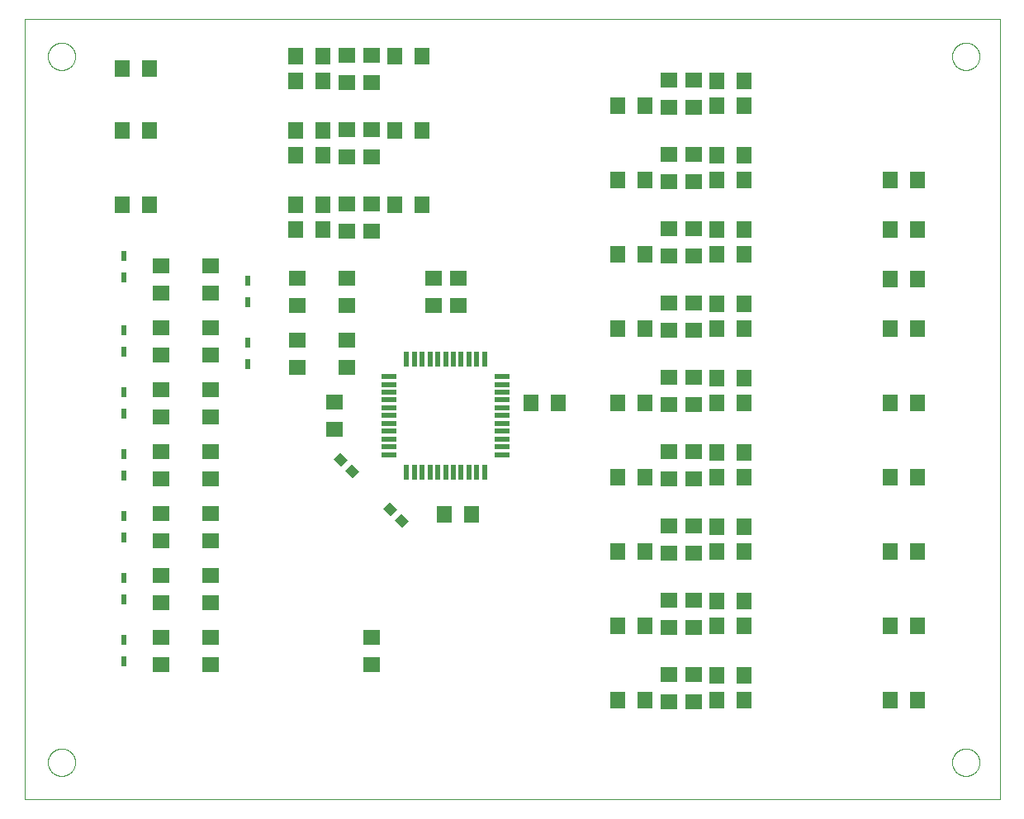
<source format=gtp>
G75*
%MOIN*%
%OFA0B0*%
%FSLAX25Y25*%
%IPPOS*%
%LPD*%
%AMOC8*
5,1,8,0,0,1.08239X$1,22.5*
%
%ADD10C,0.00000*%
%ADD11R,0.05906X0.01969*%
%ADD12R,0.01969X0.05906*%
%ADD13R,0.06299X0.07087*%
%ADD14R,0.07087X0.06299*%
%ADD15R,0.07098X0.06299*%
%ADD16R,0.06299X0.07098*%
%ADD17R,0.02362X0.03937*%
%ADD18R,0.04331X0.03937*%
D10*
X0008000Y0004500D02*
X0008000Y0319461D01*
X0401701Y0319461D01*
X0401701Y0004500D01*
X0008000Y0004500D01*
X0017488Y0019500D02*
X0017490Y0019648D01*
X0017496Y0019796D01*
X0017506Y0019944D01*
X0017520Y0020091D01*
X0017538Y0020238D01*
X0017559Y0020384D01*
X0017585Y0020530D01*
X0017615Y0020675D01*
X0017648Y0020819D01*
X0017686Y0020962D01*
X0017727Y0021104D01*
X0017772Y0021245D01*
X0017820Y0021385D01*
X0017873Y0021524D01*
X0017929Y0021661D01*
X0017989Y0021796D01*
X0018052Y0021930D01*
X0018119Y0022062D01*
X0018190Y0022192D01*
X0018264Y0022320D01*
X0018341Y0022446D01*
X0018422Y0022570D01*
X0018506Y0022692D01*
X0018593Y0022811D01*
X0018684Y0022928D01*
X0018778Y0023043D01*
X0018874Y0023155D01*
X0018974Y0023265D01*
X0019076Y0023371D01*
X0019182Y0023475D01*
X0019290Y0023576D01*
X0019401Y0023674D01*
X0019514Y0023770D01*
X0019630Y0023862D01*
X0019748Y0023951D01*
X0019869Y0024036D01*
X0019992Y0024119D01*
X0020117Y0024198D01*
X0020244Y0024274D01*
X0020373Y0024346D01*
X0020504Y0024415D01*
X0020637Y0024480D01*
X0020772Y0024541D01*
X0020908Y0024599D01*
X0021045Y0024654D01*
X0021184Y0024704D01*
X0021325Y0024751D01*
X0021466Y0024794D01*
X0021609Y0024834D01*
X0021753Y0024869D01*
X0021897Y0024901D01*
X0022043Y0024928D01*
X0022189Y0024952D01*
X0022336Y0024972D01*
X0022483Y0024988D01*
X0022630Y0025000D01*
X0022778Y0025008D01*
X0022926Y0025012D01*
X0023074Y0025012D01*
X0023222Y0025008D01*
X0023370Y0025000D01*
X0023517Y0024988D01*
X0023664Y0024972D01*
X0023811Y0024952D01*
X0023957Y0024928D01*
X0024103Y0024901D01*
X0024247Y0024869D01*
X0024391Y0024834D01*
X0024534Y0024794D01*
X0024675Y0024751D01*
X0024816Y0024704D01*
X0024955Y0024654D01*
X0025092Y0024599D01*
X0025228Y0024541D01*
X0025363Y0024480D01*
X0025496Y0024415D01*
X0025627Y0024346D01*
X0025756Y0024274D01*
X0025883Y0024198D01*
X0026008Y0024119D01*
X0026131Y0024036D01*
X0026252Y0023951D01*
X0026370Y0023862D01*
X0026486Y0023770D01*
X0026599Y0023674D01*
X0026710Y0023576D01*
X0026818Y0023475D01*
X0026924Y0023371D01*
X0027026Y0023265D01*
X0027126Y0023155D01*
X0027222Y0023043D01*
X0027316Y0022928D01*
X0027407Y0022811D01*
X0027494Y0022692D01*
X0027578Y0022570D01*
X0027659Y0022446D01*
X0027736Y0022320D01*
X0027810Y0022192D01*
X0027881Y0022062D01*
X0027948Y0021930D01*
X0028011Y0021796D01*
X0028071Y0021661D01*
X0028127Y0021524D01*
X0028180Y0021385D01*
X0028228Y0021245D01*
X0028273Y0021104D01*
X0028314Y0020962D01*
X0028352Y0020819D01*
X0028385Y0020675D01*
X0028415Y0020530D01*
X0028441Y0020384D01*
X0028462Y0020238D01*
X0028480Y0020091D01*
X0028494Y0019944D01*
X0028504Y0019796D01*
X0028510Y0019648D01*
X0028512Y0019500D01*
X0028510Y0019352D01*
X0028504Y0019204D01*
X0028494Y0019056D01*
X0028480Y0018909D01*
X0028462Y0018762D01*
X0028441Y0018616D01*
X0028415Y0018470D01*
X0028385Y0018325D01*
X0028352Y0018181D01*
X0028314Y0018038D01*
X0028273Y0017896D01*
X0028228Y0017755D01*
X0028180Y0017615D01*
X0028127Y0017476D01*
X0028071Y0017339D01*
X0028011Y0017204D01*
X0027948Y0017070D01*
X0027881Y0016938D01*
X0027810Y0016808D01*
X0027736Y0016680D01*
X0027659Y0016554D01*
X0027578Y0016430D01*
X0027494Y0016308D01*
X0027407Y0016189D01*
X0027316Y0016072D01*
X0027222Y0015957D01*
X0027126Y0015845D01*
X0027026Y0015735D01*
X0026924Y0015629D01*
X0026818Y0015525D01*
X0026710Y0015424D01*
X0026599Y0015326D01*
X0026486Y0015230D01*
X0026370Y0015138D01*
X0026252Y0015049D01*
X0026131Y0014964D01*
X0026008Y0014881D01*
X0025883Y0014802D01*
X0025756Y0014726D01*
X0025627Y0014654D01*
X0025496Y0014585D01*
X0025363Y0014520D01*
X0025228Y0014459D01*
X0025092Y0014401D01*
X0024955Y0014346D01*
X0024816Y0014296D01*
X0024675Y0014249D01*
X0024534Y0014206D01*
X0024391Y0014166D01*
X0024247Y0014131D01*
X0024103Y0014099D01*
X0023957Y0014072D01*
X0023811Y0014048D01*
X0023664Y0014028D01*
X0023517Y0014012D01*
X0023370Y0014000D01*
X0023222Y0013992D01*
X0023074Y0013988D01*
X0022926Y0013988D01*
X0022778Y0013992D01*
X0022630Y0014000D01*
X0022483Y0014012D01*
X0022336Y0014028D01*
X0022189Y0014048D01*
X0022043Y0014072D01*
X0021897Y0014099D01*
X0021753Y0014131D01*
X0021609Y0014166D01*
X0021466Y0014206D01*
X0021325Y0014249D01*
X0021184Y0014296D01*
X0021045Y0014346D01*
X0020908Y0014401D01*
X0020772Y0014459D01*
X0020637Y0014520D01*
X0020504Y0014585D01*
X0020373Y0014654D01*
X0020244Y0014726D01*
X0020117Y0014802D01*
X0019992Y0014881D01*
X0019869Y0014964D01*
X0019748Y0015049D01*
X0019630Y0015138D01*
X0019514Y0015230D01*
X0019401Y0015326D01*
X0019290Y0015424D01*
X0019182Y0015525D01*
X0019076Y0015629D01*
X0018974Y0015735D01*
X0018874Y0015845D01*
X0018778Y0015957D01*
X0018684Y0016072D01*
X0018593Y0016189D01*
X0018506Y0016308D01*
X0018422Y0016430D01*
X0018341Y0016554D01*
X0018264Y0016680D01*
X0018190Y0016808D01*
X0018119Y0016938D01*
X0018052Y0017070D01*
X0017989Y0017204D01*
X0017929Y0017339D01*
X0017873Y0017476D01*
X0017820Y0017615D01*
X0017772Y0017755D01*
X0017727Y0017896D01*
X0017686Y0018038D01*
X0017648Y0018181D01*
X0017615Y0018325D01*
X0017585Y0018470D01*
X0017559Y0018616D01*
X0017538Y0018762D01*
X0017520Y0018909D01*
X0017506Y0019056D01*
X0017496Y0019204D01*
X0017490Y0019352D01*
X0017488Y0019500D01*
X0017488Y0304500D02*
X0017490Y0304648D01*
X0017496Y0304796D01*
X0017506Y0304944D01*
X0017520Y0305091D01*
X0017538Y0305238D01*
X0017559Y0305384D01*
X0017585Y0305530D01*
X0017615Y0305675D01*
X0017648Y0305819D01*
X0017686Y0305962D01*
X0017727Y0306104D01*
X0017772Y0306245D01*
X0017820Y0306385D01*
X0017873Y0306524D01*
X0017929Y0306661D01*
X0017989Y0306796D01*
X0018052Y0306930D01*
X0018119Y0307062D01*
X0018190Y0307192D01*
X0018264Y0307320D01*
X0018341Y0307446D01*
X0018422Y0307570D01*
X0018506Y0307692D01*
X0018593Y0307811D01*
X0018684Y0307928D01*
X0018778Y0308043D01*
X0018874Y0308155D01*
X0018974Y0308265D01*
X0019076Y0308371D01*
X0019182Y0308475D01*
X0019290Y0308576D01*
X0019401Y0308674D01*
X0019514Y0308770D01*
X0019630Y0308862D01*
X0019748Y0308951D01*
X0019869Y0309036D01*
X0019992Y0309119D01*
X0020117Y0309198D01*
X0020244Y0309274D01*
X0020373Y0309346D01*
X0020504Y0309415D01*
X0020637Y0309480D01*
X0020772Y0309541D01*
X0020908Y0309599D01*
X0021045Y0309654D01*
X0021184Y0309704D01*
X0021325Y0309751D01*
X0021466Y0309794D01*
X0021609Y0309834D01*
X0021753Y0309869D01*
X0021897Y0309901D01*
X0022043Y0309928D01*
X0022189Y0309952D01*
X0022336Y0309972D01*
X0022483Y0309988D01*
X0022630Y0310000D01*
X0022778Y0310008D01*
X0022926Y0310012D01*
X0023074Y0310012D01*
X0023222Y0310008D01*
X0023370Y0310000D01*
X0023517Y0309988D01*
X0023664Y0309972D01*
X0023811Y0309952D01*
X0023957Y0309928D01*
X0024103Y0309901D01*
X0024247Y0309869D01*
X0024391Y0309834D01*
X0024534Y0309794D01*
X0024675Y0309751D01*
X0024816Y0309704D01*
X0024955Y0309654D01*
X0025092Y0309599D01*
X0025228Y0309541D01*
X0025363Y0309480D01*
X0025496Y0309415D01*
X0025627Y0309346D01*
X0025756Y0309274D01*
X0025883Y0309198D01*
X0026008Y0309119D01*
X0026131Y0309036D01*
X0026252Y0308951D01*
X0026370Y0308862D01*
X0026486Y0308770D01*
X0026599Y0308674D01*
X0026710Y0308576D01*
X0026818Y0308475D01*
X0026924Y0308371D01*
X0027026Y0308265D01*
X0027126Y0308155D01*
X0027222Y0308043D01*
X0027316Y0307928D01*
X0027407Y0307811D01*
X0027494Y0307692D01*
X0027578Y0307570D01*
X0027659Y0307446D01*
X0027736Y0307320D01*
X0027810Y0307192D01*
X0027881Y0307062D01*
X0027948Y0306930D01*
X0028011Y0306796D01*
X0028071Y0306661D01*
X0028127Y0306524D01*
X0028180Y0306385D01*
X0028228Y0306245D01*
X0028273Y0306104D01*
X0028314Y0305962D01*
X0028352Y0305819D01*
X0028385Y0305675D01*
X0028415Y0305530D01*
X0028441Y0305384D01*
X0028462Y0305238D01*
X0028480Y0305091D01*
X0028494Y0304944D01*
X0028504Y0304796D01*
X0028510Y0304648D01*
X0028512Y0304500D01*
X0028510Y0304352D01*
X0028504Y0304204D01*
X0028494Y0304056D01*
X0028480Y0303909D01*
X0028462Y0303762D01*
X0028441Y0303616D01*
X0028415Y0303470D01*
X0028385Y0303325D01*
X0028352Y0303181D01*
X0028314Y0303038D01*
X0028273Y0302896D01*
X0028228Y0302755D01*
X0028180Y0302615D01*
X0028127Y0302476D01*
X0028071Y0302339D01*
X0028011Y0302204D01*
X0027948Y0302070D01*
X0027881Y0301938D01*
X0027810Y0301808D01*
X0027736Y0301680D01*
X0027659Y0301554D01*
X0027578Y0301430D01*
X0027494Y0301308D01*
X0027407Y0301189D01*
X0027316Y0301072D01*
X0027222Y0300957D01*
X0027126Y0300845D01*
X0027026Y0300735D01*
X0026924Y0300629D01*
X0026818Y0300525D01*
X0026710Y0300424D01*
X0026599Y0300326D01*
X0026486Y0300230D01*
X0026370Y0300138D01*
X0026252Y0300049D01*
X0026131Y0299964D01*
X0026008Y0299881D01*
X0025883Y0299802D01*
X0025756Y0299726D01*
X0025627Y0299654D01*
X0025496Y0299585D01*
X0025363Y0299520D01*
X0025228Y0299459D01*
X0025092Y0299401D01*
X0024955Y0299346D01*
X0024816Y0299296D01*
X0024675Y0299249D01*
X0024534Y0299206D01*
X0024391Y0299166D01*
X0024247Y0299131D01*
X0024103Y0299099D01*
X0023957Y0299072D01*
X0023811Y0299048D01*
X0023664Y0299028D01*
X0023517Y0299012D01*
X0023370Y0299000D01*
X0023222Y0298992D01*
X0023074Y0298988D01*
X0022926Y0298988D01*
X0022778Y0298992D01*
X0022630Y0299000D01*
X0022483Y0299012D01*
X0022336Y0299028D01*
X0022189Y0299048D01*
X0022043Y0299072D01*
X0021897Y0299099D01*
X0021753Y0299131D01*
X0021609Y0299166D01*
X0021466Y0299206D01*
X0021325Y0299249D01*
X0021184Y0299296D01*
X0021045Y0299346D01*
X0020908Y0299401D01*
X0020772Y0299459D01*
X0020637Y0299520D01*
X0020504Y0299585D01*
X0020373Y0299654D01*
X0020244Y0299726D01*
X0020117Y0299802D01*
X0019992Y0299881D01*
X0019869Y0299964D01*
X0019748Y0300049D01*
X0019630Y0300138D01*
X0019514Y0300230D01*
X0019401Y0300326D01*
X0019290Y0300424D01*
X0019182Y0300525D01*
X0019076Y0300629D01*
X0018974Y0300735D01*
X0018874Y0300845D01*
X0018778Y0300957D01*
X0018684Y0301072D01*
X0018593Y0301189D01*
X0018506Y0301308D01*
X0018422Y0301430D01*
X0018341Y0301554D01*
X0018264Y0301680D01*
X0018190Y0301808D01*
X0018119Y0301938D01*
X0018052Y0302070D01*
X0017989Y0302204D01*
X0017929Y0302339D01*
X0017873Y0302476D01*
X0017820Y0302615D01*
X0017772Y0302755D01*
X0017727Y0302896D01*
X0017686Y0303038D01*
X0017648Y0303181D01*
X0017615Y0303325D01*
X0017585Y0303470D01*
X0017559Y0303616D01*
X0017538Y0303762D01*
X0017520Y0303909D01*
X0017506Y0304056D01*
X0017496Y0304204D01*
X0017490Y0304352D01*
X0017488Y0304500D01*
X0382488Y0304500D02*
X0382490Y0304648D01*
X0382496Y0304796D01*
X0382506Y0304944D01*
X0382520Y0305091D01*
X0382538Y0305238D01*
X0382559Y0305384D01*
X0382585Y0305530D01*
X0382615Y0305675D01*
X0382648Y0305819D01*
X0382686Y0305962D01*
X0382727Y0306104D01*
X0382772Y0306245D01*
X0382820Y0306385D01*
X0382873Y0306524D01*
X0382929Y0306661D01*
X0382989Y0306796D01*
X0383052Y0306930D01*
X0383119Y0307062D01*
X0383190Y0307192D01*
X0383264Y0307320D01*
X0383341Y0307446D01*
X0383422Y0307570D01*
X0383506Y0307692D01*
X0383593Y0307811D01*
X0383684Y0307928D01*
X0383778Y0308043D01*
X0383874Y0308155D01*
X0383974Y0308265D01*
X0384076Y0308371D01*
X0384182Y0308475D01*
X0384290Y0308576D01*
X0384401Y0308674D01*
X0384514Y0308770D01*
X0384630Y0308862D01*
X0384748Y0308951D01*
X0384869Y0309036D01*
X0384992Y0309119D01*
X0385117Y0309198D01*
X0385244Y0309274D01*
X0385373Y0309346D01*
X0385504Y0309415D01*
X0385637Y0309480D01*
X0385772Y0309541D01*
X0385908Y0309599D01*
X0386045Y0309654D01*
X0386184Y0309704D01*
X0386325Y0309751D01*
X0386466Y0309794D01*
X0386609Y0309834D01*
X0386753Y0309869D01*
X0386897Y0309901D01*
X0387043Y0309928D01*
X0387189Y0309952D01*
X0387336Y0309972D01*
X0387483Y0309988D01*
X0387630Y0310000D01*
X0387778Y0310008D01*
X0387926Y0310012D01*
X0388074Y0310012D01*
X0388222Y0310008D01*
X0388370Y0310000D01*
X0388517Y0309988D01*
X0388664Y0309972D01*
X0388811Y0309952D01*
X0388957Y0309928D01*
X0389103Y0309901D01*
X0389247Y0309869D01*
X0389391Y0309834D01*
X0389534Y0309794D01*
X0389675Y0309751D01*
X0389816Y0309704D01*
X0389955Y0309654D01*
X0390092Y0309599D01*
X0390228Y0309541D01*
X0390363Y0309480D01*
X0390496Y0309415D01*
X0390627Y0309346D01*
X0390756Y0309274D01*
X0390883Y0309198D01*
X0391008Y0309119D01*
X0391131Y0309036D01*
X0391252Y0308951D01*
X0391370Y0308862D01*
X0391486Y0308770D01*
X0391599Y0308674D01*
X0391710Y0308576D01*
X0391818Y0308475D01*
X0391924Y0308371D01*
X0392026Y0308265D01*
X0392126Y0308155D01*
X0392222Y0308043D01*
X0392316Y0307928D01*
X0392407Y0307811D01*
X0392494Y0307692D01*
X0392578Y0307570D01*
X0392659Y0307446D01*
X0392736Y0307320D01*
X0392810Y0307192D01*
X0392881Y0307062D01*
X0392948Y0306930D01*
X0393011Y0306796D01*
X0393071Y0306661D01*
X0393127Y0306524D01*
X0393180Y0306385D01*
X0393228Y0306245D01*
X0393273Y0306104D01*
X0393314Y0305962D01*
X0393352Y0305819D01*
X0393385Y0305675D01*
X0393415Y0305530D01*
X0393441Y0305384D01*
X0393462Y0305238D01*
X0393480Y0305091D01*
X0393494Y0304944D01*
X0393504Y0304796D01*
X0393510Y0304648D01*
X0393512Y0304500D01*
X0393510Y0304352D01*
X0393504Y0304204D01*
X0393494Y0304056D01*
X0393480Y0303909D01*
X0393462Y0303762D01*
X0393441Y0303616D01*
X0393415Y0303470D01*
X0393385Y0303325D01*
X0393352Y0303181D01*
X0393314Y0303038D01*
X0393273Y0302896D01*
X0393228Y0302755D01*
X0393180Y0302615D01*
X0393127Y0302476D01*
X0393071Y0302339D01*
X0393011Y0302204D01*
X0392948Y0302070D01*
X0392881Y0301938D01*
X0392810Y0301808D01*
X0392736Y0301680D01*
X0392659Y0301554D01*
X0392578Y0301430D01*
X0392494Y0301308D01*
X0392407Y0301189D01*
X0392316Y0301072D01*
X0392222Y0300957D01*
X0392126Y0300845D01*
X0392026Y0300735D01*
X0391924Y0300629D01*
X0391818Y0300525D01*
X0391710Y0300424D01*
X0391599Y0300326D01*
X0391486Y0300230D01*
X0391370Y0300138D01*
X0391252Y0300049D01*
X0391131Y0299964D01*
X0391008Y0299881D01*
X0390883Y0299802D01*
X0390756Y0299726D01*
X0390627Y0299654D01*
X0390496Y0299585D01*
X0390363Y0299520D01*
X0390228Y0299459D01*
X0390092Y0299401D01*
X0389955Y0299346D01*
X0389816Y0299296D01*
X0389675Y0299249D01*
X0389534Y0299206D01*
X0389391Y0299166D01*
X0389247Y0299131D01*
X0389103Y0299099D01*
X0388957Y0299072D01*
X0388811Y0299048D01*
X0388664Y0299028D01*
X0388517Y0299012D01*
X0388370Y0299000D01*
X0388222Y0298992D01*
X0388074Y0298988D01*
X0387926Y0298988D01*
X0387778Y0298992D01*
X0387630Y0299000D01*
X0387483Y0299012D01*
X0387336Y0299028D01*
X0387189Y0299048D01*
X0387043Y0299072D01*
X0386897Y0299099D01*
X0386753Y0299131D01*
X0386609Y0299166D01*
X0386466Y0299206D01*
X0386325Y0299249D01*
X0386184Y0299296D01*
X0386045Y0299346D01*
X0385908Y0299401D01*
X0385772Y0299459D01*
X0385637Y0299520D01*
X0385504Y0299585D01*
X0385373Y0299654D01*
X0385244Y0299726D01*
X0385117Y0299802D01*
X0384992Y0299881D01*
X0384869Y0299964D01*
X0384748Y0300049D01*
X0384630Y0300138D01*
X0384514Y0300230D01*
X0384401Y0300326D01*
X0384290Y0300424D01*
X0384182Y0300525D01*
X0384076Y0300629D01*
X0383974Y0300735D01*
X0383874Y0300845D01*
X0383778Y0300957D01*
X0383684Y0301072D01*
X0383593Y0301189D01*
X0383506Y0301308D01*
X0383422Y0301430D01*
X0383341Y0301554D01*
X0383264Y0301680D01*
X0383190Y0301808D01*
X0383119Y0301938D01*
X0383052Y0302070D01*
X0382989Y0302204D01*
X0382929Y0302339D01*
X0382873Y0302476D01*
X0382820Y0302615D01*
X0382772Y0302755D01*
X0382727Y0302896D01*
X0382686Y0303038D01*
X0382648Y0303181D01*
X0382615Y0303325D01*
X0382585Y0303470D01*
X0382559Y0303616D01*
X0382538Y0303762D01*
X0382520Y0303909D01*
X0382506Y0304056D01*
X0382496Y0304204D01*
X0382490Y0304352D01*
X0382488Y0304500D01*
X0382488Y0019500D02*
X0382490Y0019648D01*
X0382496Y0019796D01*
X0382506Y0019944D01*
X0382520Y0020091D01*
X0382538Y0020238D01*
X0382559Y0020384D01*
X0382585Y0020530D01*
X0382615Y0020675D01*
X0382648Y0020819D01*
X0382686Y0020962D01*
X0382727Y0021104D01*
X0382772Y0021245D01*
X0382820Y0021385D01*
X0382873Y0021524D01*
X0382929Y0021661D01*
X0382989Y0021796D01*
X0383052Y0021930D01*
X0383119Y0022062D01*
X0383190Y0022192D01*
X0383264Y0022320D01*
X0383341Y0022446D01*
X0383422Y0022570D01*
X0383506Y0022692D01*
X0383593Y0022811D01*
X0383684Y0022928D01*
X0383778Y0023043D01*
X0383874Y0023155D01*
X0383974Y0023265D01*
X0384076Y0023371D01*
X0384182Y0023475D01*
X0384290Y0023576D01*
X0384401Y0023674D01*
X0384514Y0023770D01*
X0384630Y0023862D01*
X0384748Y0023951D01*
X0384869Y0024036D01*
X0384992Y0024119D01*
X0385117Y0024198D01*
X0385244Y0024274D01*
X0385373Y0024346D01*
X0385504Y0024415D01*
X0385637Y0024480D01*
X0385772Y0024541D01*
X0385908Y0024599D01*
X0386045Y0024654D01*
X0386184Y0024704D01*
X0386325Y0024751D01*
X0386466Y0024794D01*
X0386609Y0024834D01*
X0386753Y0024869D01*
X0386897Y0024901D01*
X0387043Y0024928D01*
X0387189Y0024952D01*
X0387336Y0024972D01*
X0387483Y0024988D01*
X0387630Y0025000D01*
X0387778Y0025008D01*
X0387926Y0025012D01*
X0388074Y0025012D01*
X0388222Y0025008D01*
X0388370Y0025000D01*
X0388517Y0024988D01*
X0388664Y0024972D01*
X0388811Y0024952D01*
X0388957Y0024928D01*
X0389103Y0024901D01*
X0389247Y0024869D01*
X0389391Y0024834D01*
X0389534Y0024794D01*
X0389675Y0024751D01*
X0389816Y0024704D01*
X0389955Y0024654D01*
X0390092Y0024599D01*
X0390228Y0024541D01*
X0390363Y0024480D01*
X0390496Y0024415D01*
X0390627Y0024346D01*
X0390756Y0024274D01*
X0390883Y0024198D01*
X0391008Y0024119D01*
X0391131Y0024036D01*
X0391252Y0023951D01*
X0391370Y0023862D01*
X0391486Y0023770D01*
X0391599Y0023674D01*
X0391710Y0023576D01*
X0391818Y0023475D01*
X0391924Y0023371D01*
X0392026Y0023265D01*
X0392126Y0023155D01*
X0392222Y0023043D01*
X0392316Y0022928D01*
X0392407Y0022811D01*
X0392494Y0022692D01*
X0392578Y0022570D01*
X0392659Y0022446D01*
X0392736Y0022320D01*
X0392810Y0022192D01*
X0392881Y0022062D01*
X0392948Y0021930D01*
X0393011Y0021796D01*
X0393071Y0021661D01*
X0393127Y0021524D01*
X0393180Y0021385D01*
X0393228Y0021245D01*
X0393273Y0021104D01*
X0393314Y0020962D01*
X0393352Y0020819D01*
X0393385Y0020675D01*
X0393415Y0020530D01*
X0393441Y0020384D01*
X0393462Y0020238D01*
X0393480Y0020091D01*
X0393494Y0019944D01*
X0393504Y0019796D01*
X0393510Y0019648D01*
X0393512Y0019500D01*
X0393510Y0019352D01*
X0393504Y0019204D01*
X0393494Y0019056D01*
X0393480Y0018909D01*
X0393462Y0018762D01*
X0393441Y0018616D01*
X0393415Y0018470D01*
X0393385Y0018325D01*
X0393352Y0018181D01*
X0393314Y0018038D01*
X0393273Y0017896D01*
X0393228Y0017755D01*
X0393180Y0017615D01*
X0393127Y0017476D01*
X0393071Y0017339D01*
X0393011Y0017204D01*
X0392948Y0017070D01*
X0392881Y0016938D01*
X0392810Y0016808D01*
X0392736Y0016680D01*
X0392659Y0016554D01*
X0392578Y0016430D01*
X0392494Y0016308D01*
X0392407Y0016189D01*
X0392316Y0016072D01*
X0392222Y0015957D01*
X0392126Y0015845D01*
X0392026Y0015735D01*
X0391924Y0015629D01*
X0391818Y0015525D01*
X0391710Y0015424D01*
X0391599Y0015326D01*
X0391486Y0015230D01*
X0391370Y0015138D01*
X0391252Y0015049D01*
X0391131Y0014964D01*
X0391008Y0014881D01*
X0390883Y0014802D01*
X0390756Y0014726D01*
X0390627Y0014654D01*
X0390496Y0014585D01*
X0390363Y0014520D01*
X0390228Y0014459D01*
X0390092Y0014401D01*
X0389955Y0014346D01*
X0389816Y0014296D01*
X0389675Y0014249D01*
X0389534Y0014206D01*
X0389391Y0014166D01*
X0389247Y0014131D01*
X0389103Y0014099D01*
X0388957Y0014072D01*
X0388811Y0014048D01*
X0388664Y0014028D01*
X0388517Y0014012D01*
X0388370Y0014000D01*
X0388222Y0013992D01*
X0388074Y0013988D01*
X0387926Y0013988D01*
X0387778Y0013992D01*
X0387630Y0014000D01*
X0387483Y0014012D01*
X0387336Y0014028D01*
X0387189Y0014048D01*
X0387043Y0014072D01*
X0386897Y0014099D01*
X0386753Y0014131D01*
X0386609Y0014166D01*
X0386466Y0014206D01*
X0386325Y0014249D01*
X0386184Y0014296D01*
X0386045Y0014346D01*
X0385908Y0014401D01*
X0385772Y0014459D01*
X0385637Y0014520D01*
X0385504Y0014585D01*
X0385373Y0014654D01*
X0385244Y0014726D01*
X0385117Y0014802D01*
X0384992Y0014881D01*
X0384869Y0014964D01*
X0384748Y0015049D01*
X0384630Y0015138D01*
X0384514Y0015230D01*
X0384401Y0015326D01*
X0384290Y0015424D01*
X0384182Y0015525D01*
X0384076Y0015629D01*
X0383974Y0015735D01*
X0383874Y0015845D01*
X0383778Y0015957D01*
X0383684Y0016072D01*
X0383593Y0016189D01*
X0383506Y0016308D01*
X0383422Y0016430D01*
X0383341Y0016554D01*
X0383264Y0016680D01*
X0383190Y0016808D01*
X0383119Y0016938D01*
X0383052Y0017070D01*
X0382989Y0017204D01*
X0382929Y0017339D01*
X0382873Y0017476D01*
X0382820Y0017615D01*
X0382772Y0017755D01*
X0382727Y0017896D01*
X0382686Y0018038D01*
X0382648Y0018181D01*
X0382615Y0018325D01*
X0382585Y0018470D01*
X0382559Y0018616D01*
X0382538Y0018762D01*
X0382520Y0018909D01*
X0382506Y0019056D01*
X0382496Y0019204D01*
X0382490Y0019352D01*
X0382488Y0019500D01*
D11*
X0200835Y0143752D03*
X0200835Y0146902D03*
X0200835Y0150051D03*
X0200835Y0153201D03*
X0200835Y0156350D03*
X0200835Y0159500D03*
X0200835Y0162650D03*
X0200835Y0165799D03*
X0200835Y0168949D03*
X0200835Y0172098D03*
X0200835Y0175248D03*
X0155165Y0175248D03*
X0155165Y0172098D03*
X0155165Y0168949D03*
X0155165Y0165799D03*
X0155165Y0162650D03*
X0155165Y0159500D03*
X0155165Y0156350D03*
X0155165Y0153201D03*
X0155165Y0150051D03*
X0155165Y0146902D03*
X0155165Y0143752D03*
D12*
X0162252Y0136665D03*
X0165402Y0136665D03*
X0168551Y0136665D03*
X0171701Y0136665D03*
X0174850Y0136665D03*
X0178000Y0136665D03*
X0181150Y0136665D03*
X0184299Y0136665D03*
X0187449Y0136665D03*
X0190598Y0136665D03*
X0193748Y0136665D03*
X0193748Y0182335D03*
X0190598Y0182335D03*
X0187449Y0182335D03*
X0184299Y0182335D03*
X0181150Y0182335D03*
X0178000Y0182335D03*
X0174850Y0182335D03*
X0171701Y0182335D03*
X0168551Y0182335D03*
X0165402Y0182335D03*
X0162252Y0182335D03*
D13*
X0212488Y0164500D03*
X0223512Y0164500D03*
X0188512Y0119500D03*
X0177488Y0119500D03*
D14*
X0133000Y0153988D03*
X0133000Y0165012D03*
X0138000Y0178988D03*
X0138000Y0190012D03*
X0138000Y0203988D03*
X0138000Y0215012D03*
X0183000Y0215012D03*
X0183000Y0203988D03*
X0083000Y0208988D03*
X0083000Y0220012D03*
X0083000Y0195012D03*
X0083000Y0183988D03*
X0083000Y0170012D03*
X0083000Y0158988D03*
X0083000Y0145012D03*
X0083000Y0133988D03*
X0083000Y0120012D03*
X0083000Y0108988D03*
X0083000Y0095012D03*
X0083000Y0083988D03*
X0083000Y0070012D03*
X0083000Y0058988D03*
D15*
X0063000Y0058902D03*
X0063000Y0070098D03*
X0063000Y0083902D03*
X0063000Y0095098D03*
X0063000Y0108902D03*
X0063000Y0120098D03*
X0063000Y0133902D03*
X0063000Y0145098D03*
X0063000Y0158902D03*
X0063000Y0170098D03*
X0063000Y0183902D03*
X0063000Y0195098D03*
X0063000Y0208902D03*
X0063000Y0220098D03*
X0118000Y0215098D03*
X0118000Y0203902D03*
X0118000Y0190098D03*
X0118000Y0178902D03*
X0173000Y0203902D03*
X0173000Y0215098D03*
X0148000Y0233902D03*
X0138000Y0233902D03*
X0138000Y0245098D03*
X0148000Y0245098D03*
X0148000Y0263902D03*
X0138000Y0263902D03*
X0138000Y0275098D03*
X0148000Y0275098D03*
X0148000Y0293902D03*
X0138000Y0293902D03*
X0138000Y0305098D03*
X0148000Y0305098D03*
X0268000Y0295098D03*
X0278000Y0295098D03*
X0278000Y0283902D03*
X0268000Y0283902D03*
X0268000Y0265098D03*
X0278000Y0265098D03*
X0278000Y0253902D03*
X0268000Y0253902D03*
X0268000Y0235098D03*
X0278000Y0235098D03*
X0278000Y0223902D03*
X0268000Y0223902D03*
X0268000Y0205098D03*
X0278000Y0205098D03*
X0278000Y0193902D03*
X0268000Y0193902D03*
X0268000Y0175098D03*
X0278000Y0175098D03*
X0278000Y0163902D03*
X0268000Y0163902D03*
X0268000Y0145098D03*
X0278000Y0145098D03*
X0278000Y0133902D03*
X0268000Y0133902D03*
X0268000Y0115098D03*
X0278000Y0115098D03*
X0278000Y0103902D03*
X0268000Y0103902D03*
X0268000Y0085098D03*
X0278000Y0085098D03*
X0278000Y0073902D03*
X0268000Y0073902D03*
X0268000Y0055098D03*
X0278000Y0055098D03*
X0278000Y0043902D03*
X0268000Y0043902D03*
X0148000Y0058902D03*
X0148000Y0070098D03*
D16*
X0247402Y0074500D03*
X0258598Y0074500D03*
X0287402Y0074500D03*
X0298598Y0074500D03*
X0298598Y0084500D03*
X0287402Y0084500D03*
X0287402Y0104500D03*
X0298598Y0104500D03*
X0298598Y0114500D03*
X0287402Y0114500D03*
X0287402Y0134500D03*
X0298598Y0134500D03*
X0298598Y0144500D03*
X0287402Y0144500D03*
X0287402Y0164500D03*
X0298598Y0164500D03*
X0298598Y0174500D03*
X0287402Y0174500D03*
X0287402Y0194500D03*
X0298598Y0194500D03*
X0298598Y0204500D03*
X0287402Y0204500D03*
X0287402Y0224500D03*
X0298598Y0224500D03*
X0298598Y0234500D03*
X0287402Y0234500D03*
X0287402Y0254500D03*
X0298598Y0254500D03*
X0298598Y0264500D03*
X0287402Y0264500D03*
X0287402Y0284500D03*
X0298598Y0284500D03*
X0298598Y0294500D03*
X0287402Y0294500D03*
X0258598Y0284500D03*
X0247402Y0284500D03*
X0247402Y0254500D03*
X0258598Y0254500D03*
X0258598Y0224500D03*
X0247402Y0224500D03*
X0247402Y0194500D03*
X0258598Y0194500D03*
X0258598Y0164500D03*
X0247402Y0164500D03*
X0247402Y0134500D03*
X0258598Y0134500D03*
X0258598Y0104500D03*
X0247402Y0104500D03*
X0287402Y0054500D03*
X0298598Y0054500D03*
X0298598Y0044500D03*
X0287402Y0044500D03*
X0258598Y0044500D03*
X0247402Y0044500D03*
X0357402Y0044500D03*
X0368598Y0044500D03*
X0368598Y0074500D03*
X0357402Y0074500D03*
X0357402Y0104500D03*
X0368598Y0104500D03*
X0368598Y0134500D03*
X0357402Y0134500D03*
X0357402Y0164500D03*
X0368598Y0164500D03*
X0368598Y0194500D03*
X0357402Y0194500D03*
X0357402Y0214500D03*
X0368598Y0214500D03*
X0368598Y0234500D03*
X0357402Y0234500D03*
X0357402Y0254500D03*
X0368598Y0254500D03*
X0168598Y0244500D03*
X0157402Y0244500D03*
X0128598Y0244500D03*
X0128598Y0234500D03*
X0117402Y0234500D03*
X0117402Y0244500D03*
X0117402Y0264500D03*
X0117402Y0274500D03*
X0128598Y0274500D03*
X0128598Y0264500D03*
X0157402Y0274500D03*
X0168598Y0274500D03*
X0168598Y0304500D03*
X0157402Y0304500D03*
X0128598Y0304500D03*
X0117402Y0304500D03*
X0117402Y0294500D03*
X0128598Y0294500D03*
X0058598Y0299500D03*
X0047402Y0299500D03*
X0047402Y0274500D03*
X0058598Y0274500D03*
X0058598Y0244500D03*
X0047402Y0244500D03*
D17*
X0048000Y0223831D03*
X0048000Y0215169D03*
X0048000Y0193831D03*
X0048000Y0185169D03*
X0048000Y0168831D03*
X0048000Y0160169D03*
X0048000Y0143831D03*
X0048000Y0135169D03*
X0048000Y0118831D03*
X0048000Y0110169D03*
X0048000Y0093831D03*
X0048000Y0085169D03*
X0048000Y0068831D03*
X0048000Y0060169D03*
X0098000Y0180169D03*
X0098000Y0188831D03*
X0098000Y0205169D03*
X0098000Y0213831D03*
D18*
G36*
X0135773Y0138944D02*
X0132712Y0142005D01*
X0135495Y0144788D01*
X0138556Y0141727D01*
X0135773Y0138944D01*
G37*
G36*
X0140505Y0134212D02*
X0137444Y0137273D01*
X0140227Y0140056D01*
X0143288Y0136995D01*
X0140505Y0134212D01*
G37*
G36*
X0155495Y0124788D02*
X0158556Y0121727D01*
X0155773Y0118944D01*
X0152712Y0122005D01*
X0155495Y0124788D01*
G37*
G36*
X0160227Y0120056D02*
X0163288Y0116995D01*
X0160505Y0114212D01*
X0157444Y0117273D01*
X0160227Y0120056D01*
G37*
M02*

</source>
